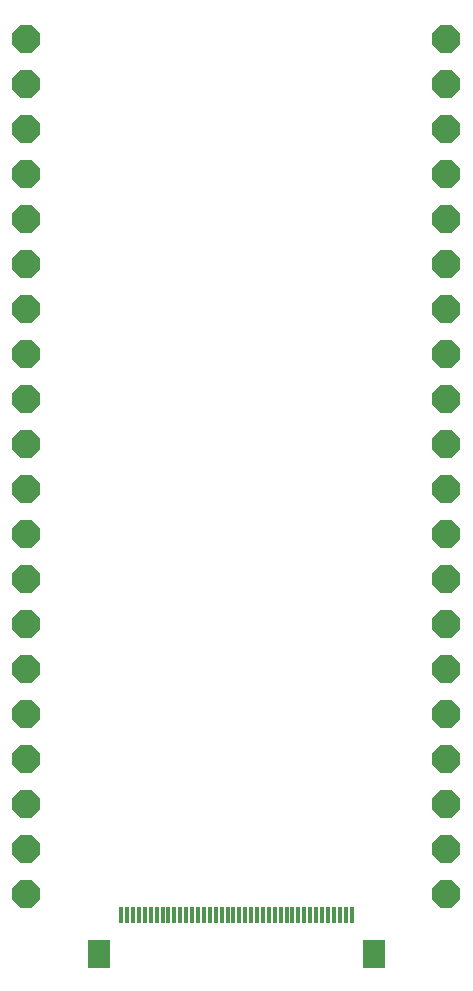
<source format=gts>
G75*
G70*
%OFA0B0*%
%FSLAX24Y24*%
%IPPOS*%
%LPD*%
%AMOC8*
5,1,8,0,0,1.08239X$1,22.5*
%
%ADD10R,0.0157X0.0551*%
%ADD11R,0.0748X0.0925*%
%ADD12OC8,0.0930*%
D10*
X004761Y002880D03*
X004958Y002880D03*
X005155Y002880D03*
X005352Y002880D03*
X005549Y002880D03*
X005746Y002880D03*
X005943Y002880D03*
X006139Y002880D03*
X006336Y002880D03*
X006533Y002880D03*
X006730Y002880D03*
X006927Y002880D03*
X007124Y002880D03*
X007320Y002880D03*
X007517Y002880D03*
X007714Y002880D03*
X007911Y002880D03*
X008108Y002880D03*
X008305Y002880D03*
X008502Y002880D03*
X008698Y002880D03*
X008895Y002880D03*
X009092Y002880D03*
X009289Y002880D03*
X009486Y002880D03*
X009683Y002880D03*
X009880Y002880D03*
X010076Y002880D03*
X010273Y002880D03*
X010470Y002880D03*
X010667Y002880D03*
X010864Y002880D03*
X011061Y002880D03*
X011257Y002880D03*
X011454Y002880D03*
X011651Y002880D03*
X011848Y002880D03*
X012045Y002880D03*
X012242Y002880D03*
X012439Y002880D03*
D11*
X013187Y001600D03*
X004013Y001600D03*
D12*
X001600Y003600D03*
X001600Y005100D03*
X001600Y006600D03*
X001600Y008100D03*
X001600Y009600D03*
X001600Y011100D03*
X001600Y012600D03*
X001600Y014100D03*
X001600Y015600D03*
X001600Y017100D03*
X001600Y018600D03*
X001600Y020100D03*
X001600Y021600D03*
X001600Y023100D03*
X001600Y024600D03*
X001600Y026100D03*
X001600Y027600D03*
X001600Y029100D03*
X001600Y030600D03*
X001600Y032100D03*
X015600Y032100D03*
X015600Y030600D03*
X015600Y029100D03*
X015600Y027600D03*
X015600Y026100D03*
X015600Y024600D03*
X015600Y023100D03*
X015600Y021600D03*
X015600Y020100D03*
X015600Y018600D03*
X015600Y017100D03*
X015600Y015600D03*
X015600Y014100D03*
X015600Y012600D03*
X015600Y011100D03*
X015600Y009600D03*
X015600Y008100D03*
X015600Y006600D03*
X015600Y005100D03*
X015600Y003600D03*
M02*

</source>
